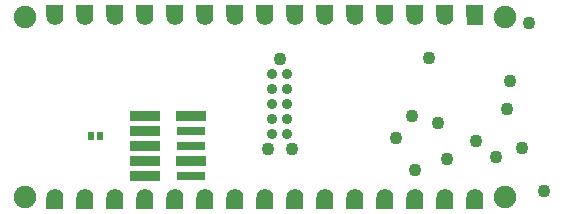
<source format=gbs>
G04*
G04 #@! TF.GenerationSoftware,Altium Limited,Altium Designer,21.6.4 (81)*
G04*
G04 Layer_Color=16711935*
%FSLAX44Y44*%
%MOMM*%
G71*
G04*
G04 #@! TF.SameCoordinates,27B0D74A-EB15-4392-BC8F-D98A40C3D817*
G04*
G04*
G04 #@! TF.FilePolarity,Negative*
G04*
G01*
G75*
%ADD59R,0.6200X0.6500*%
%ADD63C,1.4140*%
%ADD64R,1.4140X1.4140*%
%ADD65C,1.1000*%
%ADD66C,1.9000*%
%ADD75R,2.4000X0.7600*%
%ADD76C,0.9000*%
%ADD77R,2.5000X0.8600*%
G36*
X596945Y316200D02*
X582805D01*
Y326370D01*
X596945D01*
Y316200D01*
D02*
G37*
G36*
X419145D02*
X405005D01*
Y326370D01*
X419145D01*
Y316200D01*
D02*
G37*
G36*
X368345D02*
X354205D01*
Y326370D01*
X368345D01*
Y316200D01*
D02*
G37*
G36*
X266745D02*
X252605D01*
Y326370D01*
X266745D01*
Y316200D01*
D02*
G37*
G36*
X622345Y316200D02*
X608205D01*
Y326370D01*
X622345D01*
Y316200D01*
D02*
G37*
G36*
X571545D02*
X557405D01*
Y326370D01*
X571545D01*
Y316200D01*
D02*
G37*
G36*
X546145D02*
X532005D01*
Y326370D01*
X546145D01*
Y316200D01*
D02*
G37*
G36*
X520745D02*
X506605D01*
Y326370D01*
X520745D01*
Y316200D01*
D02*
G37*
G36*
X495345D02*
X481205D01*
Y326370D01*
X495345D01*
Y316200D01*
D02*
G37*
G36*
X469945D02*
X455805D01*
Y326370D01*
X469945D01*
Y316200D01*
D02*
G37*
G36*
X444545D02*
X430405D01*
Y326370D01*
X444545D01*
Y316200D01*
D02*
G37*
G36*
X393745D02*
X379605D01*
Y326370D01*
X393745D01*
Y316200D01*
D02*
G37*
G36*
X342945D02*
X328805D01*
Y326370D01*
X342945D01*
Y316200D01*
D02*
G37*
G36*
X317545D02*
X303405D01*
Y326370D01*
X317545D01*
Y316200D01*
D02*
G37*
G36*
X292145D02*
X278005D01*
Y326370D01*
X292145D01*
Y316200D01*
D02*
G37*
G36*
X622345Y153630D02*
X608205D01*
Y163800D01*
X622345D01*
Y153630D01*
D02*
G37*
G36*
X596945D02*
X582805D01*
Y163800D01*
X596945D01*
Y153630D01*
D02*
G37*
G36*
X571545D02*
X557405D01*
Y163800D01*
X571545D01*
Y153630D01*
D02*
G37*
G36*
X546145D02*
X532005D01*
Y163800D01*
X546145D01*
Y153630D01*
D02*
G37*
G36*
X520745D02*
X506605D01*
Y163800D01*
X520745D01*
Y153630D01*
D02*
G37*
G36*
X495345D02*
X481205D01*
Y163800D01*
X495345D01*
Y153630D01*
D02*
G37*
G36*
X469945D02*
X455805D01*
Y163800D01*
X469945D01*
Y153630D01*
D02*
G37*
G36*
X444545D02*
X430405D01*
Y163800D01*
X444545D01*
Y153630D01*
D02*
G37*
G36*
X419145D02*
X405005D01*
Y163800D01*
X419145D01*
Y153630D01*
D02*
G37*
G36*
X393745D02*
X379605D01*
Y163800D01*
X393745D01*
Y153630D01*
D02*
G37*
G36*
X368345D02*
X354205D01*
Y163800D01*
X368345D01*
Y153630D01*
D02*
G37*
G36*
X342945D02*
X328805D01*
Y163800D01*
X342945D01*
Y153630D01*
D02*
G37*
G36*
X317551D02*
X303411D01*
Y163800D01*
X317551D01*
Y153630D01*
D02*
G37*
G36*
X292145D02*
X278005D01*
Y163800D01*
X292145D01*
Y153630D01*
D02*
G37*
G36*
X266745D02*
X252605D01*
Y163800D01*
X266745D01*
Y153630D01*
D02*
G37*
D59*
X290300Y215200D02*
D03*
X298300D02*
D03*
D63*
X615275Y163800D02*
D03*
X589875D02*
D03*
X564475D02*
D03*
X539075D02*
D03*
X513675D02*
D03*
X488275D02*
D03*
X462875D02*
D03*
X437475D02*
D03*
X412075D02*
D03*
X386675D02*
D03*
X361275D02*
D03*
X335875D02*
D03*
X310475D02*
D03*
X285075D02*
D03*
X259675D02*
D03*
Y316200D02*
D03*
X285075D02*
D03*
X310475D02*
D03*
X335875D02*
D03*
X361275D02*
D03*
X386675D02*
D03*
X412075D02*
D03*
X437475D02*
D03*
X462875D02*
D03*
X488275D02*
D03*
X513675D02*
D03*
X539075D02*
D03*
X564475D02*
D03*
X589875D02*
D03*
D64*
X615275D02*
D03*
D65*
X576750Y281500D02*
D03*
X616000Y211000D02*
D03*
X591500Y196000D02*
D03*
X674000Y169000D02*
D03*
X655000Y205000D02*
D03*
X642400Y237900D02*
D03*
X661000Y311000D02*
D03*
X633300Y197800D02*
D03*
X548400Y213400D02*
D03*
X562100Y232700D02*
D03*
X584000Y226000D02*
D03*
X564500Y186500D02*
D03*
X645250Y261500D02*
D03*
X450150Y280500D02*
D03*
X460310Y204300D02*
D03*
X439990D02*
D03*
D66*
X234270Y316200D02*
D03*
X640680D02*
D03*
Y163800D02*
D03*
X234270D02*
D03*
D75*
X375500Y206800D02*
D03*
Y219500D02*
D03*
Y181400D02*
D03*
D76*
X456500Y255100D02*
D03*
X443800Y242400D02*
D03*
Y217000D02*
D03*
X456500Y229700D02*
D03*
Y217000D02*
D03*
Y242400D02*
D03*
Y267800D02*
D03*
X443800Y229700D02*
D03*
Y255100D02*
D03*
Y267800D02*
D03*
D77*
X336500Y232200D02*
D03*
Y194100D02*
D03*
Y206800D02*
D03*
Y219500D02*
D03*
X375500Y232200D02*
D03*
X336500Y181400D02*
D03*
X375500Y194100D02*
D03*
M02*

</source>
